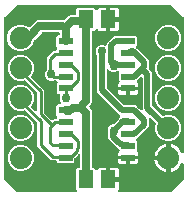
<source format=gbr>
G04 EAGLE Gerber RS-274X export*
G75*
%MOMM*%
%FSLAX34Y34*%
%LPD*%
%INTop Copper*%
%IPPOS*%
%AMOC8*
5,1,8,0,0,1.08239X$1,22.5*%
G01*
%ADD10R,1.300000X1.500000*%
%ADD11C,1.879600*%
%ADD12R,1.200000X0.600000*%
%ADD13C,0.254000*%
%ADD14C,0.508000*%
%ADD15C,0.756400*%
%ADD16C,0.635000*%

G36*
X139629Y159165D02*
X139629Y159165D01*
X139662Y159163D01*
X139768Y159185D01*
X139877Y159201D01*
X139906Y159214D01*
X139938Y159220D01*
X140034Y159272D01*
X140134Y159317D01*
X140158Y159338D01*
X140187Y159353D01*
X140265Y159429D01*
X140348Y159500D01*
X140366Y159527D01*
X140389Y159550D01*
X140442Y159645D01*
X140502Y159736D01*
X140512Y159767D01*
X140528Y159795D01*
X140553Y159901D01*
X140585Y160006D01*
X140585Y160038D01*
X140593Y160069D01*
X140587Y160179D01*
X140588Y160288D01*
X140580Y160319D01*
X140578Y160351D01*
X140542Y160454D01*
X140513Y160560D01*
X140496Y160587D01*
X140486Y160618D01*
X140432Y160691D01*
X140365Y160800D01*
X140329Y160832D01*
X140304Y160867D01*
X139399Y161771D01*
X139399Y178429D01*
X140571Y179601D01*
X142161Y179601D01*
X142225Y179610D01*
X142289Y179609D01*
X142364Y179630D01*
X142440Y179641D01*
X142499Y179667D01*
X142561Y179684D01*
X142627Y179725D01*
X142697Y179757D01*
X142746Y179799D01*
X142801Y179832D01*
X142853Y179890D01*
X142911Y179940D01*
X142947Y179994D01*
X142990Y180042D01*
X143023Y180111D01*
X143066Y180176D01*
X143085Y180238D01*
X143113Y180295D01*
X143124Y180365D01*
X143148Y180446D01*
X143149Y180531D01*
X143160Y180600D01*
X143160Y190644D01*
X143156Y190675D01*
X143158Y190708D01*
X143136Y190815D01*
X143120Y190923D01*
X143107Y190952D01*
X143101Y190984D01*
X143049Y191080D01*
X143004Y191180D01*
X142983Y191204D01*
X142968Y191233D01*
X142892Y191311D01*
X142821Y191394D01*
X142794Y191412D01*
X142771Y191435D01*
X142676Y191489D01*
X142585Y191548D01*
X142554Y191558D01*
X142526Y191574D01*
X142420Y191599D01*
X142315Y191631D01*
X142283Y191631D01*
X142251Y191639D01*
X142142Y191633D01*
X142033Y191635D01*
X142002Y191626D01*
X141970Y191624D01*
X141867Y191589D01*
X141761Y191559D01*
X141734Y191542D01*
X141703Y191532D01*
X141630Y191478D01*
X141521Y191411D01*
X141489Y191375D01*
X141454Y191350D01*
X141073Y190969D01*
X138717Y188613D01*
X138660Y188536D01*
X138595Y188465D01*
X138575Y188424D01*
X138548Y188388D01*
X138514Y188298D01*
X138472Y188211D01*
X138466Y188169D01*
X138449Y188124D01*
X138439Y187996D01*
X138425Y187907D01*
X138425Y184968D01*
X137532Y184075D01*
X124268Y184075D01*
X123375Y184968D01*
X123375Y185182D01*
X123367Y185242D01*
X123367Y185269D01*
X123367Y185271D01*
X123367Y185310D01*
X123346Y185385D01*
X123335Y185461D01*
X123309Y185520D01*
X123292Y185582D01*
X123251Y185648D01*
X123219Y185718D01*
X123177Y185767D01*
X123144Y185822D01*
X123086Y185874D01*
X123036Y185932D01*
X122982Y185968D01*
X122934Y186011D01*
X122865Y186044D01*
X122800Y186087D01*
X122738Y186106D01*
X122681Y186134D01*
X122611Y186145D01*
X122530Y186169D01*
X122445Y186170D01*
X122376Y186181D01*
X118730Y186181D01*
X106933Y197978D01*
X106933Y217884D01*
X106920Y217979D01*
X106915Y218076D01*
X106900Y218119D01*
X106893Y218164D01*
X106854Y218251D01*
X106822Y218342D01*
X106797Y218376D01*
X106777Y218421D01*
X106694Y218518D01*
X106641Y218591D01*
X97017Y228215D01*
X97009Y228221D01*
X97003Y228228D01*
X96896Y228305D01*
X96791Y228384D01*
X96782Y228388D01*
X96775Y228393D01*
X96651Y228437D01*
X96527Y228484D01*
X96518Y228484D01*
X96509Y228488D01*
X96377Y228495D01*
X96246Y228505D01*
X96237Y228504D01*
X96227Y228504D01*
X96152Y228486D01*
X95970Y228448D01*
X95949Y228437D01*
X95928Y228431D01*
X95073Y228077D01*
X90727Y228077D01*
X86713Y229740D01*
X83640Y232813D01*
X81977Y236827D01*
X81977Y241173D01*
X83640Y245187D01*
X86713Y248260D01*
X90727Y249923D01*
X95073Y249923D01*
X99087Y248260D01*
X102160Y245187D01*
X103823Y241173D01*
X103823Y236827D01*
X102160Y232813D01*
X101948Y232601D01*
X101910Y232550D01*
X101864Y232505D01*
X101825Y232438D01*
X101779Y232376D01*
X101756Y232315D01*
X101725Y232260D01*
X101707Y232184D01*
X101679Y232112D01*
X101675Y232048D01*
X101660Y231985D01*
X101664Y231908D01*
X101658Y231831D01*
X101671Y231768D01*
X101674Y231703D01*
X101700Y231630D01*
X101715Y231554D01*
X101745Y231498D01*
X101767Y231437D01*
X101808Y231380D01*
X101848Y231305D01*
X101907Y231245D01*
X101948Y231188D01*
X105227Y227909D01*
X105253Y227890D01*
X105274Y227865D01*
X105366Y227805D01*
X105453Y227740D01*
X105483Y227728D01*
X105510Y227711D01*
X105615Y227679D01*
X105717Y227640D01*
X105749Y227638D01*
X105780Y227628D01*
X105889Y227627D01*
X105998Y227618D01*
X106030Y227625D01*
X106062Y227624D01*
X106167Y227654D01*
X106274Y227676D01*
X106303Y227691D01*
X106334Y227700D01*
X106427Y227757D01*
X106523Y227808D01*
X106546Y227831D01*
X106574Y227848D01*
X106647Y227929D01*
X106725Y228005D01*
X106741Y228033D01*
X106763Y228057D01*
X106810Y228155D01*
X106864Y228250D01*
X106872Y228282D01*
X106886Y228311D01*
X106900Y228400D01*
X106929Y228525D01*
X106927Y228573D01*
X106933Y228615D01*
X106933Y243284D01*
X106920Y243379D01*
X106915Y243476D01*
X106900Y243519D01*
X106893Y243564D01*
X106854Y243651D01*
X106822Y243742D01*
X106797Y243776D01*
X106777Y243821D01*
X106694Y243918D01*
X106641Y243991D01*
X97017Y253615D01*
X97009Y253621D01*
X97003Y253628D01*
X96896Y253705D01*
X96791Y253784D01*
X96782Y253788D01*
X96775Y253793D01*
X96651Y253837D01*
X96527Y253884D01*
X96518Y253884D01*
X96509Y253888D01*
X96377Y253895D01*
X96246Y253905D01*
X96237Y253904D01*
X96227Y253904D01*
X96152Y253886D01*
X95970Y253848D01*
X95949Y253837D01*
X95928Y253831D01*
X95073Y253477D01*
X90727Y253477D01*
X86713Y255140D01*
X83640Y258213D01*
X81977Y262227D01*
X81977Y266573D01*
X83640Y270587D01*
X86713Y273660D01*
X90727Y275323D01*
X95073Y275323D01*
X99087Y273660D01*
X102160Y270587D01*
X103823Y266573D01*
X103823Y262227D01*
X102160Y258213D01*
X101948Y258001D01*
X101910Y257950D01*
X101864Y257905D01*
X101825Y257838D01*
X101779Y257776D01*
X101756Y257716D01*
X101725Y257660D01*
X101707Y257584D01*
X101679Y257512D01*
X101675Y257448D01*
X101660Y257385D01*
X101664Y257308D01*
X101658Y257231D01*
X101671Y257168D01*
X101674Y257103D01*
X101699Y257030D01*
X101715Y256955D01*
X101745Y256898D01*
X101767Y256837D01*
X101808Y256780D01*
X101848Y256706D01*
X101907Y256645D01*
X101948Y256588D01*
X112523Y246014D01*
X112523Y227124D01*
X112536Y227029D01*
X112541Y226932D01*
X112556Y226889D01*
X112563Y226844D01*
X112602Y226757D01*
X112634Y226666D01*
X112659Y226632D01*
X112679Y226587D01*
X112739Y226516D01*
X112768Y226470D01*
X112793Y226447D01*
X112815Y226417D01*
X118673Y220559D01*
X118725Y220520D01*
X118770Y220474D01*
X118837Y220436D01*
X118899Y220390D01*
X118959Y220367D01*
X119015Y220335D01*
X119090Y220317D01*
X119163Y220290D01*
X119227Y220285D01*
X119290Y220270D01*
X119367Y220274D01*
X119444Y220268D01*
X119507Y220281D01*
X119571Y220285D01*
X119644Y220310D01*
X119720Y220326D01*
X119777Y220356D01*
X119838Y220377D01*
X119894Y220419D01*
X119969Y220458D01*
X120030Y220518D01*
X120087Y220559D01*
X120762Y221235D01*
X122376Y221235D01*
X122440Y221244D01*
X122504Y221243D01*
X122579Y221264D01*
X122655Y221275D01*
X122714Y221301D01*
X122776Y221318D01*
X122842Y221359D01*
X122912Y221391D01*
X122961Y221433D01*
X123016Y221466D01*
X123068Y221524D01*
X123126Y221574D01*
X123162Y221628D01*
X123205Y221676D01*
X123238Y221745D01*
X123281Y221810D01*
X123300Y221872D01*
X123328Y221929D01*
X123339Y221999D01*
X123363Y222080D01*
X123364Y222165D01*
X123375Y222231D01*
X123701Y222557D01*
X123739Y222608D01*
X123785Y222653D01*
X123823Y222720D01*
X123870Y222782D01*
X123893Y222843D01*
X123924Y222898D01*
X123942Y222974D01*
X123969Y223046D01*
X123974Y223110D01*
X123989Y223173D01*
X123985Y223250D01*
X123991Y223327D01*
X123978Y223390D01*
X123975Y223455D01*
X123949Y223528D01*
X123934Y223604D01*
X123903Y223660D01*
X123882Y223721D01*
X123841Y223778D01*
X123801Y223853D01*
X123742Y223913D01*
X123701Y223970D01*
X122899Y224771D01*
X122899Y232429D01*
X124071Y233601D01*
X126306Y233601D01*
X126338Y233605D01*
X126370Y233603D01*
X126477Y233625D01*
X126585Y233641D01*
X126615Y233654D01*
X126646Y233660D01*
X126743Y233712D01*
X126842Y233757D01*
X126867Y233778D01*
X126895Y233793D01*
X126974Y233869D01*
X127056Y233940D01*
X127074Y233967D01*
X127097Y233990D01*
X127151Y234084D01*
X127211Y234176D01*
X127220Y234207D01*
X127236Y234235D01*
X127261Y234341D01*
X127293Y234446D01*
X127294Y234478D01*
X127301Y234509D01*
X127296Y234619D01*
X127297Y234728D01*
X127288Y234759D01*
X127287Y234791D01*
X127251Y234894D01*
X127222Y235000D01*
X127205Y235027D01*
X127194Y235058D01*
X127141Y235131D01*
X127074Y235240D01*
X127038Y235272D01*
X127013Y235307D01*
X126565Y235754D01*
X125757Y237704D01*
X125757Y239816D01*
X126328Y241194D01*
X126358Y241309D01*
X126392Y241422D01*
X126393Y241445D01*
X126398Y241467D01*
X126394Y241585D01*
X126396Y241704D01*
X126390Y241726D01*
X126389Y241749D01*
X126352Y241861D01*
X126321Y241976D01*
X126309Y241995D01*
X126302Y242017D01*
X126235Y242115D01*
X126173Y242216D01*
X126156Y242231D01*
X126143Y242250D01*
X126051Y242325D01*
X125963Y242405D01*
X125943Y242415D01*
X125925Y242429D01*
X125816Y242476D01*
X125710Y242528D01*
X125688Y242531D01*
X125666Y242541D01*
X125481Y242563D01*
X125405Y242575D01*
X124268Y242575D01*
X123375Y243468D01*
X123375Y250732D01*
X124037Y251393D01*
X124054Y251416D01*
X124072Y251431D01*
X124090Y251459D01*
X124122Y251490D01*
X124160Y251557D01*
X124206Y251619D01*
X124222Y251660D01*
X124226Y251667D01*
X124231Y251683D01*
X124261Y251735D01*
X124279Y251810D01*
X124306Y251883D01*
X124311Y251947D01*
X124326Y252010D01*
X124322Y252087D01*
X124328Y252164D01*
X124315Y252227D01*
X124311Y252291D01*
X124286Y252364D01*
X124270Y252440D01*
X124240Y252497D01*
X124219Y252558D01*
X124177Y252614D01*
X124138Y252689D01*
X124079Y252750D01*
X124037Y252807D01*
X123340Y253504D01*
X123335Y253533D01*
X123309Y253592D01*
X123292Y253654D01*
X123251Y253720D01*
X123219Y253790D01*
X123177Y253839D01*
X123144Y253894D01*
X123086Y253946D01*
X123036Y254004D01*
X122982Y254040D01*
X122934Y254083D01*
X122865Y254116D01*
X122800Y254159D01*
X122738Y254178D01*
X122681Y254206D01*
X122611Y254217D01*
X122530Y254241D01*
X122445Y254242D01*
X122376Y254253D01*
X121285Y254253D01*
X121244Y254247D01*
X121202Y254250D01*
X121118Y254230D01*
X121006Y254213D01*
X120952Y254189D01*
X120903Y254177D01*
X119928Y253773D01*
X117816Y253773D01*
X115866Y254581D01*
X114373Y256074D01*
X113565Y258024D01*
X113565Y260136D01*
X114373Y262086D01*
X114769Y262481D01*
X114826Y262558D01*
X114891Y262630D01*
X114911Y262671D01*
X114938Y262707D01*
X114972Y262797D01*
X115014Y262883D01*
X115020Y262925D01*
X115037Y262971D01*
X115047Y263099D01*
X115061Y263188D01*
X115061Y273446D01*
X120762Y279147D01*
X122376Y279147D01*
X122440Y279156D01*
X122504Y279155D01*
X122579Y279176D01*
X122655Y279187D01*
X122714Y279213D01*
X122776Y279230D01*
X122842Y279271D01*
X122912Y279303D01*
X122961Y279345D01*
X123016Y279378D01*
X123068Y279436D01*
X123126Y279486D01*
X123162Y279540D01*
X123205Y279588D01*
X123238Y279657D01*
X123281Y279722D01*
X123300Y279784D01*
X123328Y279841D01*
X123339Y279911D01*
X123363Y279992D01*
X123364Y280077D01*
X123375Y280146D01*
X123375Y280732D01*
X123701Y281057D01*
X123739Y281108D01*
X123785Y281153D01*
X123823Y281220D01*
X123870Y281282D01*
X123893Y281343D01*
X123924Y281398D01*
X123942Y281474D01*
X123969Y281546D01*
X123974Y281610D01*
X123989Y281673D01*
X123985Y281750D01*
X123991Y281827D01*
X123978Y281890D01*
X123975Y281955D01*
X123949Y282028D01*
X123934Y282104D01*
X123903Y282160D01*
X123882Y282221D01*
X123841Y282278D01*
X123801Y282353D01*
X123742Y282413D01*
X123701Y282470D01*
X122899Y283271D01*
X122899Y290929D01*
X124071Y292101D01*
X124889Y292101D01*
X124953Y292110D01*
X125017Y292109D01*
X125092Y292130D01*
X125168Y292141D01*
X125227Y292167D01*
X125289Y292184D01*
X125355Y292225D01*
X125425Y292257D01*
X125474Y292299D01*
X125529Y292332D01*
X125581Y292390D01*
X125639Y292440D01*
X125675Y292494D01*
X125718Y292542D01*
X125751Y292611D01*
X125794Y292676D01*
X125813Y292738D01*
X125841Y292795D01*
X125852Y292865D01*
X125876Y292946D01*
X125877Y293031D01*
X125888Y293100D01*
X125888Y293545D01*
X125879Y293609D01*
X125880Y293673D01*
X125859Y293748D01*
X125848Y293824D01*
X125822Y293883D01*
X125805Y293945D01*
X125764Y294011D01*
X125732Y294081D01*
X125690Y294130D01*
X125657Y294185D01*
X125599Y294237D01*
X125549Y294295D01*
X125495Y294331D01*
X125447Y294374D01*
X125378Y294407D01*
X125313Y294450D01*
X125251Y294469D01*
X125194Y294497D01*
X125124Y294508D01*
X125043Y294532D01*
X124958Y294533D01*
X124889Y294544D01*
X111270Y294544D01*
X111175Y294531D01*
X111079Y294526D01*
X111036Y294511D01*
X110991Y294504D01*
X110903Y294465D01*
X110812Y294433D01*
X110778Y294408D01*
X110734Y294388D01*
X110636Y294305D01*
X110563Y294252D01*
X104591Y288280D01*
X104534Y288203D01*
X104469Y288132D01*
X104449Y288091D01*
X104422Y288054D01*
X104388Y287964D01*
X104346Y287878D01*
X104340Y287836D01*
X104323Y287790D01*
X104313Y287663D01*
X104299Y287573D01*
X104299Y287533D01*
X102563Y283343D01*
X99357Y280137D01*
X95167Y278401D01*
X90633Y278401D01*
X86443Y280137D01*
X83237Y283343D01*
X81501Y287533D01*
X81501Y292067D01*
X83237Y296257D01*
X86443Y299463D01*
X90633Y301199D01*
X95167Y301199D01*
X99357Y299463D01*
X99540Y299281D01*
X99591Y299242D01*
X99636Y299196D01*
X99703Y299158D01*
X99765Y299111D01*
X99825Y299089D01*
X99881Y299057D01*
X99957Y299039D01*
X100029Y299012D01*
X100093Y299007D01*
X100156Y298992D01*
X100233Y298996D01*
X100310Y298990D01*
X100373Y299003D01*
X100437Y299006D01*
X100511Y299032D01*
X100586Y299047D01*
X100643Y299078D01*
X100704Y299099D01*
X100761Y299140D01*
X100835Y299180D01*
X100896Y299239D01*
X100953Y299280D01*
X105780Y304108D01*
X107682Y304896D01*
X127797Y304896D01*
X127834Y304901D01*
X127868Y304898D01*
X128676Y304956D01*
X128702Y304947D01*
X128708Y304946D01*
X128713Y304943D01*
X128777Y304933D01*
X128980Y304896D01*
X129000Y304899D01*
X129018Y304896D01*
X129045Y304896D01*
X129058Y304890D01*
X129068Y304888D01*
X129076Y304883D01*
X129205Y304853D01*
X129331Y304820D01*
X129341Y304821D01*
X129350Y304818D01*
X129482Y304825D01*
X129613Y304829D01*
X129623Y304832D01*
X129632Y304833D01*
X129755Y304876D01*
X129882Y304917D01*
X129889Y304922D01*
X129898Y304925D01*
X129961Y304971D01*
X130115Y305076D01*
X130130Y305094D01*
X130147Y305107D01*
X131616Y306575D01*
X133212Y308172D01*
X135114Y308960D01*
X138400Y308960D01*
X138464Y308969D01*
X138528Y308968D01*
X138603Y308989D01*
X138679Y309000D01*
X138738Y309026D01*
X138800Y309043D01*
X138866Y309084D01*
X138936Y309116D01*
X138985Y309158D01*
X139040Y309191D01*
X139092Y309249D01*
X139150Y309299D01*
X139186Y309353D01*
X139229Y309401D01*
X139262Y309470D01*
X139305Y309535D01*
X139324Y309597D01*
X139352Y309654D01*
X139363Y309724D01*
X139387Y309805D01*
X139388Y309890D01*
X139399Y309959D01*
X139399Y313829D01*
X140571Y315001D01*
X155229Y315001D01*
X156459Y313771D01*
X156502Y313739D01*
X156538Y313699D01*
X156614Y313654D01*
X156684Y313601D01*
X156734Y313583D01*
X156781Y313555D01*
X156866Y313533D01*
X156948Y313502D01*
X157002Y313498D01*
X157054Y313484D01*
X157142Y313487D01*
X157229Y313480D01*
X157282Y313491D01*
X157335Y313493D01*
X157419Y313520D01*
X157505Y313538D01*
X157553Y313563D01*
X157604Y313579D01*
X157677Y313629D01*
X157754Y313670D01*
X157793Y313708D01*
X157837Y313738D01*
X157886Y313799D01*
X157956Y313867D01*
X157992Y313930D01*
X158031Y313978D01*
X158367Y314560D01*
X158840Y315033D01*
X159419Y315368D01*
X160065Y315541D01*
X164901Y315541D01*
X164901Y306500D01*
X164910Y306436D01*
X164909Y306372D01*
X164930Y306298D01*
X164941Y306221D01*
X164967Y306162D01*
X164984Y306100D01*
X165025Y306034D01*
X165057Y305964D01*
X165099Y305915D01*
X165132Y305860D01*
X165190Y305809D01*
X165240Y305750D01*
X165294Y305714D01*
X165342Y305671D01*
X165411Y305638D01*
X165476Y305595D01*
X165538Y305576D01*
X165595Y305548D01*
X165665Y305538D01*
X165746Y305513D01*
X165831Y305512D01*
X165900Y305501D01*
X166901Y305501D01*
X166901Y305499D01*
X165900Y305499D01*
X165836Y305490D01*
X165772Y305491D01*
X165697Y305470D01*
X165621Y305459D01*
X165562Y305433D01*
X165500Y305416D01*
X165434Y305375D01*
X165364Y305343D01*
X165315Y305301D01*
X165260Y305268D01*
X165208Y305210D01*
X165150Y305160D01*
X165114Y305106D01*
X165071Y305058D01*
X165038Y304989D01*
X164995Y304924D01*
X164976Y304862D01*
X164948Y304804D01*
X164938Y304735D01*
X164913Y304654D01*
X164912Y304569D01*
X164901Y304500D01*
X164901Y295459D01*
X160065Y295459D01*
X159419Y295632D01*
X158840Y295967D01*
X158367Y296440D01*
X158031Y297022D01*
X157998Y297065D01*
X157972Y297112D01*
X157911Y297175D01*
X157857Y297244D01*
X157813Y297275D01*
X157776Y297314D01*
X157699Y297357D01*
X157627Y297409D01*
X157577Y297426D01*
X157530Y297453D01*
X157444Y297473D01*
X157362Y297502D01*
X157308Y297505D01*
X157256Y297518D01*
X157168Y297513D01*
X157080Y297518D01*
X157028Y297506D01*
X156974Y297503D01*
X156891Y297475D01*
X156805Y297455D01*
X156758Y297429D01*
X156708Y297411D01*
X156644Y297365D01*
X156559Y297317D01*
X156508Y297265D01*
X156459Y297229D01*
X155229Y295999D01*
X154511Y295999D01*
X154447Y295990D01*
X154383Y295991D01*
X154308Y295970D01*
X154232Y295959D01*
X154173Y295933D01*
X154111Y295916D01*
X154045Y295875D01*
X153975Y295843D01*
X153926Y295801D01*
X153871Y295768D01*
X153819Y295710D01*
X153761Y295660D01*
X153725Y295606D01*
X153682Y295558D01*
X153649Y295489D01*
X153606Y295424D01*
X153587Y295362D01*
X153559Y295305D01*
X153548Y295235D01*
X153524Y295154D01*
X153523Y295069D01*
X153512Y295000D01*
X153512Y235698D01*
X152724Y233796D01*
X151282Y232355D01*
X151244Y232303D01*
X151198Y232258D01*
X151159Y232191D01*
X151113Y232129D01*
X151090Y232069D01*
X151059Y232013D01*
X151041Y231938D01*
X151013Y231865D01*
X151008Y231801D01*
X150994Y231738D01*
X150998Y231661D01*
X150992Y231584D01*
X151005Y231521D01*
X151008Y231457D01*
X151033Y231384D01*
X151049Y231308D01*
X151079Y231251D01*
X151100Y231190D01*
X151142Y231134D01*
X151182Y231059D01*
X151241Y230998D01*
X151282Y230941D01*
X152724Y229500D01*
X153512Y227598D01*
X153512Y180600D01*
X153521Y180536D01*
X153520Y180472D01*
X153541Y180397D01*
X153552Y180321D01*
X153578Y180262D01*
X153595Y180200D01*
X153636Y180134D01*
X153668Y180064D01*
X153710Y180015D01*
X153743Y179960D01*
X153801Y179908D01*
X153851Y179850D01*
X153905Y179814D01*
X153953Y179771D01*
X154022Y179738D01*
X154087Y179695D01*
X154149Y179676D01*
X154206Y179648D01*
X154276Y179637D01*
X154357Y179613D01*
X154442Y179612D01*
X154511Y179601D01*
X155229Y179601D01*
X156459Y178371D01*
X156502Y178339D01*
X156538Y178299D01*
X156614Y178254D01*
X156684Y178201D01*
X156734Y178183D01*
X156781Y178155D01*
X156866Y178133D01*
X156948Y178102D01*
X157002Y178098D01*
X157054Y178084D01*
X157142Y178087D01*
X157229Y178080D01*
X157282Y178091D01*
X157335Y178093D01*
X157419Y178120D01*
X157505Y178138D01*
X157553Y178163D01*
X157604Y178179D01*
X157677Y178229D01*
X157754Y178270D01*
X157793Y178308D01*
X157837Y178338D01*
X157886Y178399D01*
X157956Y178467D01*
X157992Y178530D01*
X158031Y178578D01*
X158367Y179160D01*
X158840Y179633D01*
X159419Y179968D01*
X160065Y180141D01*
X164901Y180141D01*
X164901Y171100D01*
X164909Y171041D01*
X164909Y171024D01*
X164910Y171021D01*
X164909Y170972D01*
X164930Y170898D01*
X164941Y170821D01*
X164967Y170762D01*
X164984Y170700D01*
X165025Y170634D01*
X165057Y170564D01*
X165099Y170515D01*
X165132Y170460D01*
X165190Y170409D01*
X165240Y170350D01*
X165294Y170314D01*
X165342Y170271D01*
X165411Y170238D01*
X165476Y170195D01*
X165538Y170176D01*
X165595Y170148D01*
X165665Y170138D01*
X165746Y170113D01*
X165831Y170112D01*
X165900Y170101D01*
X166901Y170101D01*
X166901Y169100D01*
X166909Y169041D01*
X166909Y169025D01*
X166910Y169023D01*
X166909Y168972D01*
X166930Y168897D01*
X166941Y168821D01*
X166967Y168762D01*
X166984Y168700D01*
X167025Y168634D01*
X167057Y168564D01*
X167099Y168515D01*
X167132Y168460D01*
X167190Y168408D01*
X167240Y168350D01*
X167294Y168314D01*
X167342Y168271D01*
X167411Y168238D01*
X167476Y168195D01*
X167538Y168176D01*
X167596Y168148D01*
X167665Y168138D01*
X167746Y168113D01*
X167831Y168112D01*
X167900Y168101D01*
X175941Y168101D01*
X175941Y162265D01*
X175768Y161619D01*
X175433Y161040D01*
X175260Y160867D01*
X175240Y160841D01*
X175216Y160820D01*
X175156Y160728D01*
X175090Y160641D01*
X175079Y160611D01*
X175061Y160584D01*
X175030Y160480D01*
X174991Y160377D01*
X174988Y160345D01*
X174979Y160314D01*
X174978Y160205D01*
X174969Y160096D01*
X174976Y160064D01*
X174975Y160032D01*
X175004Y159927D01*
X175027Y159820D01*
X175042Y159791D01*
X175050Y159760D01*
X175108Y159667D01*
X175159Y159571D01*
X175182Y159548D01*
X175199Y159520D01*
X175280Y159447D01*
X175356Y159369D01*
X175384Y159353D01*
X175408Y159331D01*
X175506Y159284D01*
X175601Y159230D01*
X175633Y159222D01*
X175662Y159208D01*
X175751Y159194D01*
X175876Y159165D01*
X175924Y159167D01*
X175966Y159161D01*
X219574Y159161D01*
X219655Y159172D01*
X219736Y159174D01*
X219793Y159192D01*
X219853Y159201D01*
X219927Y159234D01*
X220005Y159258D01*
X220051Y159290D01*
X220110Y159317D01*
X220191Y159386D01*
X220259Y159432D01*
X230525Y169094D01*
X230594Y169181D01*
X230669Y169264D01*
X230682Y169291D01*
X230701Y169315D01*
X230743Y169417D01*
X230792Y169517D01*
X230796Y169546D01*
X230808Y169575D01*
X230826Y169734D01*
X230839Y169822D01*
X230839Y183135D01*
X230833Y183183D01*
X230835Y183230D01*
X230813Y183321D01*
X230799Y183414D01*
X230780Y183458D01*
X230769Y183504D01*
X230722Y183586D01*
X230683Y183671D01*
X230652Y183708D01*
X230628Y183749D01*
X230561Y183814D01*
X230500Y183886D01*
X230460Y183912D01*
X230426Y183945D01*
X230342Y183989D01*
X230264Y184040D01*
X230218Y184054D01*
X230176Y184076D01*
X230084Y184095D01*
X229994Y184123D01*
X229946Y184123D01*
X229900Y184133D01*
X229806Y184125D01*
X229712Y184126D01*
X229666Y184114D01*
X229619Y184110D01*
X229531Y184076D01*
X229440Y184051D01*
X229400Y184026D01*
X229355Y184009D01*
X229280Y183952D01*
X229200Y183903D01*
X229168Y183867D01*
X229130Y183839D01*
X229082Y183772D01*
X229011Y183694D01*
X228983Y183635D01*
X228950Y183589D01*
X228111Y181943D01*
X227006Y180422D01*
X225678Y179094D01*
X224157Y177989D01*
X222483Y177136D01*
X220696Y176555D01*
X219899Y176429D01*
X219899Y187200D01*
X219891Y187258D01*
X219891Y187268D01*
X219890Y187270D01*
X219891Y187328D01*
X219870Y187402D01*
X219859Y187479D01*
X219833Y187538D01*
X219816Y187600D01*
X219775Y187666D01*
X219743Y187736D01*
X219701Y187785D01*
X219668Y187840D01*
X219610Y187891D01*
X219560Y187950D01*
X219506Y187986D01*
X219458Y188029D01*
X219389Y188062D01*
X219324Y188105D01*
X219262Y188124D01*
X219205Y188152D01*
X219135Y188162D01*
X219054Y188187D01*
X218969Y188188D01*
X218900Y188199D01*
X217899Y188199D01*
X217899Y188201D01*
X218900Y188201D01*
X218964Y188210D01*
X219028Y188209D01*
X219103Y188230D01*
X219179Y188241D01*
X219238Y188267D01*
X219300Y188284D01*
X219366Y188325D01*
X219436Y188357D01*
X219485Y188399D01*
X219540Y188432D01*
X219592Y188490D01*
X219650Y188540D01*
X219686Y188594D01*
X219729Y188642D01*
X219762Y188711D01*
X219805Y188776D01*
X219824Y188838D01*
X219852Y188896D01*
X219862Y188965D01*
X219887Y189046D01*
X219888Y189131D01*
X219899Y189200D01*
X219899Y199971D01*
X220696Y199845D01*
X222483Y199264D01*
X224157Y198411D01*
X225678Y197306D01*
X227006Y195978D01*
X228111Y194457D01*
X228950Y192811D01*
X228977Y192772D01*
X228997Y192729D01*
X229058Y192657D01*
X229112Y192580D01*
X229149Y192551D01*
X229180Y192514D01*
X229259Y192463D01*
X229332Y192404D01*
X229376Y192386D01*
X229416Y192360D01*
X229506Y192332D01*
X229593Y192297D01*
X229640Y192291D01*
X229686Y192277D01*
X229780Y192276D01*
X229873Y192266D01*
X229920Y192274D01*
X229968Y192274D01*
X230058Y192299D01*
X230151Y192315D01*
X230194Y192336D01*
X230240Y192349D01*
X230320Y192398D01*
X230404Y192440D01*
X230439Y192472D01*
X230480Y192497D01*
X230543Y192567D01*
X230612Y192630D01*
X230637Y192671D01*
X230669Y192706D01*
X230710Y192791D01*
X230758Y192871D01*
X230771Y192917D01*
X230792Y192960D01*
X230804Y193041D01*
X230832Y193143D01*
X230831Y193209D01*
X230839Y193265D01*
X230839Y307178D01*
X230824Y307288D01*
X230815Y307399D01*
X230804Y307427D01*
X230799Y307457D01*
X230754Y307558D01*
X230714Y307662D01*
X230696Y307685D01*
X230683Y307714D01*
X230580Y307835D01*
X230525Y307906D01*
X220259Y317568D01*
X220193Y317614D01*
X220133Y317669D01*
X220078Y317695D01*
X220028Y317730D01*
X219952Y317756D01*
X219879Y317792D01*
X219823Y317800D01*
X219762Y317822D01*
X219656Y317826D01*
X219574Y317839D01*
X90426Y317839D01*
X90345Y317828D01*
X90264Y317826D01*
X90207Y317808D01*
X90147Y317799D01*
X90073Y317766D01*
X89995Y317742D01*
X89949Y317710D01*
X89890Y317683D01*
X89809Y317614D01*
X89741Y317568D01*
X79475Y307906D01*
X79406Y307819D01*
X79331Y307736D01*
X79318Y307709D01*
X79299Y307685D01*
X79257Y307583D01*
X79208Y307483D01*
X79204Y307454D01*
X79192Y307425D01*
X79174Y307266D01*
X79161Y307178D01*
X79161Y169822D01*
X79176Y169712D01*
X79185Y169601D01*
X79196Y169573D01*
X79201Y169543D01*
X79246Y169442D01*
X79286Y169338D01*
X79304Y169315D01*
X79317Y169286D01*
X79420Y169165D01*
X79475Y169094D01*
X89741Y159432D01*
X89807Y159386D01*
X89867Y159331D01*
X89922Y159305D01*
X89972Y159270D01*
X90048Y159244D01*
X90121Y159208D01*
X90177Y159200D01*
X90238Y159178D01*
X90344Y159174D01*
X90426Y159161D01*
X139597Y159161D01*
X139629Y159165D01*
G37*
%LPC*%
G36*
X183889Y189962D02*
X183889Y189962D01*
X183824Y190005D01*
X183762Y190024D01*
X183704Y190052D01*
X183635Y190063D01*
X183554Y190087D01*
X183469Y190088D01*
X183400Y190099D01*
X175359Y190099D01*
X175359Y191935D01*
X175532Y192581D01*
X175867Y193160D01*
X176319Y193612D01*
X176357Y193663D01*
X176403Y193708D01*
X176442Y193776D01*
X176488Y193837D01*
X176511Y193898D01*
X176542Y193954D01*
X176560Y194029D01*
X176588Y194101D01*
X176592Y194165D01*
X176607Y194228D01*
X176603Y194305D01*
X176609Y194382D01*
X176596Y194445D01*
X176593Y194510D01*
X176568Y194583D01*
X176552Y194659D01*
X176521Y194715D01*
X176500Y194776D01*
X176459Y194833D01*
X176419Y194908D01*
X176375Y194953D01*
X176375Y195414D01*
X176362Y195509D01*
X176357Y195606D01*
X176342Y195649D01*
X176335Y195694D01*
X176296Y195781D01*
X176264Y195872D01*
X176239Y195906D01*
X176219Y195951D01*
X176136Y196048D01*
X176083Y196121D01*
X175393Y196811D01*
X175316Y196868D01*
X175245Y196933D01*
X175204Y196953D01*
X175167Y196980D01*
X175077Y197014D01*
X174991Y197056D01*
X174949Y197062D01*
X174904Y197079D01*
X174776Y197089D01*
X174686Y197103D01*
X174084Y197103D01*
X166623Y204564D01*
X166623Y209528D01*
X166617Y209569D01*
X166620Y209611D01*
X166599Y209695D01*
X166583Y209807D01*
X166559Y209861D01*
X166547Y209911D01*
X166397Y210272D01*
X166397Y212384D01*
X167205Y214334D01*
X168698Y215827D01*
X170648Y216635D01*
X170848Y216635D01*
X170943Y216648D01*
X171040Y216653D01*
X171083Y216668D01*
X171128Y216675D01*
X171215Y216714D01*
X171306Y216746D01*
X171340Y216771D01*
X171385Y216791D01*
X171482Y216874D01*
X171555Y216927D01*
X176083Y221455D01*
X176140Y221532D01*
X176205Y221603D01*
X176225Y221644D01*
X176252Y221681D01*
X176286Y221771D01*
X176328Y221857D01*
X176334Y221899D01*
X176351Y221944D01*
X176361Y222072D01*
X176375Y222162D01*
X176375Y222232D01*
X177037Y222893D01*
X177076Y222945D01*
X177122Y222990D01*
X177160Y223057D01*
X177206Y223119D01*
X177229Y223179D01*
X177261Y223235D01*
X177279Y223310D01*
X177306Y223383D01*
X177311Y223447D01*
X177326Y223509D01*
X177322Y223587D01*
X177328Y223664D01*
X177315Y223727D01*
X177311Y223791D01*
X177286Y223864D01*
X177270Y223940D01*
X177240Y223997D01*
X177219Y224058D01*
X177178Y224114D01*
X177138Y224189D01*
X177078Y224250D01*
X177037Y224307D01*
X176361Y224982D01*
X176357Y225070D01*
X176342Y225113D01*
X176335Y225158D01*
X176296Y225245D01*
X176264Y225336D01*
X176239Y225370D01*
X176219Y225415D01*
X176136Y225512D01*
X176083Y225585D01*
X157479Y244188D01*
X157479Y274530D01*
X157466Y274625D01*
X157461Y274721D01*
X157446Y274764D01*
X157439Y274809D01*
X157400Y274897D01*
X157368Y274988D01*
X157343Y275022D01*
X157323Y275066D01*
X157240Y275163D01*
X157187Y275237D01*
X157045Y275378D01*
X156237Y277328D01*
X156237Y279440D01*
X157045Y281390D01*
X158538Y282883D01*
X160488Y283691D01*
X162600Y283691D01*
X164226Y283017D01*
X164340Y282988D01*
X164454Y282953D01*
X164477Y282953D01*
X164499Y282947D01*
X164617Y282951D01*
X164736Y282949D01*
X164758Y282955D01*
X164781Y282956D01*
X164893Y282993D01*
X165008Y283025D01*
X165027Y283037D01*
X165049Y283044D01*
X165147Y283110D01*
X165248Y283173D01*
X165263Y283190D01*
X165282Y283202D01*
X165357Y283294D01*
X165437Y283382D01*
X165447Y283402D01*
X165461Y283420D01*
X165508Y283529D01*
X165560Y283636D01*
X165563Y283657D01*
X165573Y283679D01*
X165595Y283864D01*
X165607Y283940D01*
X165607Y285148D01*
X172052Y291593D01*
X176823Y291593D01*
X176918Y291606D01*
X177014Y291611D01*
X177053Y291625D01*
X190532Y291625D01*
X191425Y290732D01*
X191425Y283468D01*
X190763Y282807D01*
X190724Y282755D01*
X190678Y282710D01*
X190640Y282643D01*
X190594Y282581D01*
X190571Y282521D01*
X190539Y282465D01*
X190521Y282390D01*
X190494Y282317D01*
X190489Y282253D01*
X190474Y282190D01*
X190478Y282113D01*
X190472Y282036D01*
X190485Y281973D01*
X190489Y281909D01*
X190514Y281836D01*
X190530Y281760D01*
X190560Y281703D01*
X190581Y281642D01*
X190623Y281586D01*
X190662Y281511D01*
X190718Y281454D01*
X190733Y281429D01*
X190744Y281419D01*
X190763Y281393D01*
X191545Y280612D01*
X191561Y280590D01*
X191581Y280545D01*
X191639Y280477D01*
X191669Y280430D01*
X191695Y280406D01*
X191717Y280375D01*
X201169Y270924D01*
X201169Y264226D01*
X201182Y264131D01*
X201187Y264034D01*
X201202Y263991D01*
X201209Y263946D01*
X201248Y263859D01*
X201280Y263768D01*
X201305Y263734D01*
X201325Y263689D01*
X201408Y263592D01*
X201461Y263519D01*
X204217Y260764D01*
X204217Y232730D01*
X204230Y232635D01*
X204235Y232538D01*
X204250Y232495D01*
X204257Y232450D01*
X204296Y232363D01*
X204328Y232272D01*
X204353Y232238D01*
X204373Y232193D01*
X204456Y232096D01*
X204509Y232023D01*
X212626Y223906D01*
X212634Y223900D01*
X212640Y223893D01*
X212747Y223816D01*
X212852Y223737D01*
X212861Y223733D01*
X212869Y223728D01*
X212992Y223684D01*
X213116Y223637D01*
X213125Y223636D01*
X213134Y223633D01*
X213266Y223626D01*
X213397Y223615D01*
X213406Y223617D01*
X213416Y223617D01*
X213491Y223635D01*
X213673Y223673D01*
X213694Y223684D01*
X213715Y223689D01*
X215727Y224523D01*
X220073Y224523D01*
X224087Y222860D01*
X227160Y219787D01*
X228823Y215773D01*
X228823Y211427D01*
X227160Y207413D01*
X224087Y204340D01*
X220073Y202677D01*
X215727Y202677D01*
X211713Y204340D01*
X208640Y207413D01*
X206977Y211427D01*
X206977Y215773D01*
X207391Y216772D01*
X207394Y216781D01*
X207398Y216789D01*
X207429Y216918D01*
X207461Y217045D01*
X207461Y217055D01*
X207463Y217064D01*
X207456Y217197D01*
X207452Y217327D01*
X207449Y217336D01*
X207449Y217346D01*
X207406Y217469D01*
X207365Y217595D01*
X207359Y217603D01*
X207356Y217612D01*
X207311Y217674D01*
X207206Y217828D01*
X207187Y217843D01*
X207175Y217861D01*
X202875Y222161D01*
X202849Y222180D01*
X202828Y222205D01*
X202736Y222265D01*
X202649Y222330D01*
X202619Y222342D01*
X202592Y222359D01*
X202487Y222391D01*
X202385Y222430D01*
X202353Y222432D01*
X202322Y222442D01*
X202213Y222443D01*
X202104Y222452D01*
X202072Y222445D01*
X202040Y222446D01*
X201935Y222416D01*
X201828Y222394D01*
X201799Y222379D01*
X201768Y222370D01*
X201675Y222313D01*
X201579Y222262D01*
X201556Y222239D01*
X201528Y222222D01*
X201455Y222141D01*
X201377Y222065D01*
X201361Y222037D01*
X201339Y222013D01*
X201292Y221915D01*
X201238Y221819D01*
X201230Y221788D01*
X201216Y221759D01*
X201202Y221670D01*
X201173Y221545D01*
X201175Y221497D01*
X201169Y221454D01*
X201169Y214724D01*
X191717Y205273D01*
X191682Y205225D01*
X190763Y204307D01*
X190724Y204255D01*
X190678Y204210D01*
X190640Y204143D01*
X190594Y204081D01*
X190571Y204021D01*
X190539Y203965D01*
X190521Y203890D01*
X190494Y203817D01*
X190489Y203753D01*
X190474Y203690D01*
X190478Y203613D01*
X190472Y203536D01*
X190485Y203473D01*
X190489Y203409D01*
X190514Y203336D01*
X190530Y203260D01*
X190560Y203203D01*
X190581Y203142D01*
X190623Y203086D01*
X190662Y203011D01*
X190722Y202950D01*
X190763Y202893D01*
X191425Y202232D01*
X191425Y194956D01*
X191397Y194929D01*
X191359Y194861D01*
X191312Y194799D01*
X191289Y194739D01*
X191258Y194683D01*
X191240Y194608D01*
X191212Y194536D01*
X191208Y194472D01*
X191193Y194409D01*
X191197Y194332D01*
X191191Y194254D01*
X191204Y194191D01*
X191207Y194127D01*
X191232Y194054D01*
X191248Y193978D01*
X191278Y193922D01*
X191300Y193861D01*
X191341Y193804D01*
X191381Y193729D01*
X191440Y193669D01*
X191481Y193612D01*
X191933Y193160D01*
X192268Y192581D01*
X192441Y191935D01*
X192441Y190099D01*
X184400Y190099D01*
X184337Y190090D01*
X184272Y190091D01*
X184198Y190070D01*
X184121Y190059D01*
X184063Y190033D01*
X184001Y190016D01*
X183935Y189975D01*
X183897Y189958D01*
X183889Y189962D01*
G37*
%LPD*%
G36*
X195184Y228659D02*
X195184Y228659D01*
X195216Y228658D01*
X195321Y228688D01*
X195428Y228710D01*
X195457Y228725D01*
X195488Y228734D01*
X195581Y228791D01*
X195677Y228842D01*
X195700Y228865D01*
X195728Y228882D01*
X195801Y228963D01*
X195879Y229039D01*
X195895Y229067D01*
X195917Y229091D01*
X195964Y229189D01*
X196018Y229285D01*
X196026Y229316D01*
X196040Y229345D01*
X196054Y229434D01*
X196083Y229559D01*
X196081Y229607D01*
X196087Y229650D01*
X196087Y255998D01*
X196083Y256030D01*
X196085Y256063D01*
X196063Y256169D01*
X196047Y256278D01*
X196034Y256307D01*
X196028Y256339D01*
X195976Y256435D01*
X195931Y256535D01*
X195910Y256559D01*
X195895Y256588D01*
X195819Y256666D01*
X195748Y256749D01*
X195721Y256767D01*
X195698Y256790D01*
X195603Y256843D01*
X195512Y256903D01*
X195481Y256913D01*
X195453Y256929D01*
X195347Y256954D01*
X195242Y256986D01*
X195210Y256986D01*
X195179Y256994D01*
X195069Y256988D01*
X194960Y256990D01*
X194929Y256981D01*
X194897Y256979D01*
X194794Y256944D01*
X194688Y256914D01*
X194661Y256897D01*
X194630Y256887D01*
X194557Y256833D01*
X194448Y256766D01*
X194416Y256730D01*
X194381Y256705D01*
X191717Y254041D01*
X191660Y253964D01*
X191595Y253893D01*
X191575Y253852D01*
X191548Y253815D01*
X191514Y253725D01*
X191472Y253639D01*
X191466Y253597D01*
X191449Y253552D01*
X191443Y253473D01*
X191397Y253429D01*
X191359Y253361D01*
X191312Y253299D01*
X191289Y253239D01*
X191258Y253183D01*
X191240Y253108D01*
X191212Y253036D01*
X191208Y252972D01*
X191193Y252909D01*
X191197Y252832D01*
X191191Y252754D01*
X191204Y252691D01*
X191207Y252627D01*
X191232Y252554D01*
X191248Y252478D01*
X191278Y252422D01*
X191300Y252361D01*
X191341Y252304D01*
X191381Y252229D01*
X191440Y252169D01*
X191481Y252112D01*
X191933Y251660D01*
X192268Y251081D01*
X192441Y250435D01*
X192441Y248599D01*
X184400Y248599D01*
X184337Y248590D01*
X184272Y248591D01*
X184198Y248570D01*
X184121Y248559D01*
X184063Y248533D01*
X184001Y248516D01*
X183935Y248475D01*
X183897Y248458D01*
X183889Y248462D01*
X183824Y248505D01*
X183762Y248524D01*
X183704Y248552D01*
X183635Y248563D01*
X183554Y248587D01*
X183469Y248588D01*
X183400Y248599D01*
X175359Y248599D01*
X175359Y250435D01*
X175532Y251081D01*
X175867Y251660D01*
X176319Y252112D01*
X176357Y252163D01*
X176403Y252208D01*
X176442Y252276D01*
X176488Y252337D01*
X176511Y252398D01*
X176542Y252454D01*
X176560Y252529D01*
X176588Y252601D01*
X176592Y252665D01*
X176607Y252728D01*
X176603Y252805D01*
X176609Y252882D01*
X176596Y252945D01*
X176593Y253010D01*
X176568Y253083D01*
X176552Y253159D01*
X176521Y253215D01*
X176500Y253276D01*
X176459Y253333D01*
X176419Y253408D01*
X176375Y253453D01*
X176375Y260946D01*
X176371Y260978D01*
X176373Y261010D01*
X176351Y261117D01*
X176335Y261225D01*
X176322Y261255D01*
X176316Y261286D01*
X176264Y261383D01*
X176219Y261482D01*
X176198Y261507D01*
X176183Y261535D01*
X176107Y261614D01*
X176036Y261696D01*
X176009Y261714D01*
X175986Y261737D01*
X175891Y261791D01*
X175800Y261851D01*
X175769Y261860D01*
X175741Y261876D01*
X175634Y261901D01*
X175530Y261933D01*
X175498Y261934D01*
X175466Y261941D01*
X175357Y261936D01*
X175248Y261937D01*
X175217Y261928D01*
X175185Y261927D01*
X175082Y261891D01*
X174976Y261862D01*
X174949Y261845D01*
X174918Y261834D01*
X174845Y261781D01*
X174736Y261714D01*
X174722Y261698D01*
X172760Y260885D01*
X170648Y260885D01*
X168698Y261693D01*
X167315Y263077D01*
X167289Y263096D01*
X167268Y263120D01*
X167176Y263181D01*
X167089Y263246D01*
X167059Y263257D01*
X167032Y263275D01*
X166927Y263307D01*
X166825Y263345D01*
X166793Y263348D01*
X166762Y263357D01*
X166653Y263359D01*
X166544Y263367D01*
X166512Y263361D01*
X166480Y263361D01*
X166375Y263332D01*
X166268Y263310D01*
X166239Y263294D01*
X166208Y263286D01*
X166115Y263229D01*
X166019Y263177D01*
X165996Y263155D01*
X165968Y263138D01*
X165895Y263057D01*
X165817Y262980D01*
X165801Y262952D01*
X165779Y262928D01*
X165732Y262830D01*
X165678Y262735D01*
X165670Y262704D01*
X165656Y262675D01*
X165642Y262585D01*
X165613Y262461D01*
X165615Y262412D01*
X165609Y262370D01*
X165609Y247970D01*
X165622Y247875D01*
X165627Y247778D01*
X165642Y247735D01*
X165649Y247690D01*
X165688Y247603D01*
X165720Y247512D01*
X165745Y247478D01*
X165765Y247433D01*
X165848Y247336D01*
X165901Y247263D01*
X179747Y233417D01*
X179824Y233360D01*
X179895Y233295D01*
X179936Y233275D01*
X179973Y233248D01*
X180063Y233214D01*
X180149Y233172D01*
X180191Y233166D01*
X180236Y233149D01*
X180364Y233139D01*
X180454Y233125D01*
X190532Y233125D01*
X191438Y232218D01*
X191443Y232122D01*
X191458Y232079D01*
X191465Y232034D01*
X191504Y231947D01*
X191536Y231856D01*
X191561Y231822D01*
X191581Y231777D01*
X191664Y231680D01*
X191717Y231607D01*
X193333Y229991D01*
X194381Y228943D01*
X194407Y228924D01*
X194428Y228899D01*
X194520Y228839D01*
X194607Y228774D01*
X194637Y228762D01*
X194664Y228745D01*
X194769Y228713D01*
X194871Y228674D01*
X194903Y228672D01*
X194934Y228662D01*
X195043Y228661D01*
X195152Y228652D01*
X195184Y228659D01*
G37*
%LPC*%
G36*
X215727Y278877D02*
X215727Y278877D01*
X211713Y280540D01*
X208640Y283613D01*
X206977Y287627D01*
X206977Y291973D01*
X208640Y295987D01*
X211713Y299060D01*
X215727Y300723D01*
X220073Y300723D01*
X224087Y299060D01*
X227160Y295987D01*
X228823Y291973D01*
X228823Y287627D01*
X227160Y283613D01*
X224087Y280540D01*
X220073Y278877D01*
X215727Y278877D01*
G37*
%LPD*%
%LPC*%
G36*
X215727Y253477D02*
X215727Y253477D01*
X211713Y255140D01*
X208640Y258213D01*
X206977Y262227D01*
X206977Y266573D01*
X208640Y270587D01*
X211713Y273660D01*
X215727Y275323D01*
X220073Y275323D01*
X224087Y273660D01*
X227160Y270587D01*
X228823Y266573D01*
X228823Y262227D01*
X227160Y258213D01*
X224087Y255140D01*
X220073Y253477D01*
X215727Y253477D01*
G37*
%LPD*%
%LPC*%
G36*
X215727Y228077D02*
X215727Y228077D01*
X211713Y229740D01*
X208640Y232813D01*
X206977Y236827D01*
X206977Y241173D01*
X208640Y245187D01*
X211713Y248260D01*
X215727Y249923D01*
X220073Y249923D01*
X224087Y248260D01*
X227160Y245187D01*
X228823Y241173D01*
X228823Y236827D01*
X227160Y232813D01*
X224087Y229740D01*
X220073Y228077D01*
X215727Y228077D01*
G37*
%LPD*%
%LPC*%
G36*
X90727Y202677D02*
X90727Y202677D01*
X86713Y204340D01*
X83640Y207413D01*
X81977Y211427D01*
X81977Y215773D01*
X83640Y219787D01*
X86713Y222860D01*
X90727Y224523D01*
X95073Y224523D01*
X99087Y222860D01*
X102160Y219787D01*
X103823Y215773D01*
X103823Y211427D01*
X102160Y207413D01*
X99087Y204340D01*
X95073Y202677D01*
X90727Y202677D01*
G37*
%LPD*%
%LPC*%
G36*
X90727Y177277D02*
X90727Y177277D01*
X86713Y178940D01*
X83640Y182013D01*
X81977Y186027D01*
X81977Y190373D01*
X83640Y194387D01*
X86713Y197460D01*
X90727Y199123D01*
X95073Y199123D01*
X99087Y197460D01*
X102160Y194387D01*
X103823Y190373D01*
X103823Y186027D01*
X102160Y182013D01*
X99087Y178940D01*
X95073Y177277D01*
X90727Y177277D01*
G37*
%LPD*%
%LPC*%
G36*
X206129Y190199D02*
X206129Y190199D01*
X206255Y190996D01*
X206836Y192783D01*
X207689Y194457D01*
X208794Y195978D01*
X210122Y197306D01*
X211643Y198411D01*
X213317Y199264D01*
X215104Y199845D01*
X215901Y199971D01*
X215901Y190199D01*
X206129Y190199D01*
G37*
%LPD*%
%LPC*%
G36*
X215104Y176555D02*
X215104Y176555D01*
X213317Y177136D01*
X211643Y177989D01*
X210122Y179094D01*
X208794Y180422D01*
X207689Y181943D01*
X206836Y183617D01*
X206255Y185404D01*
X206129Y186201D01*
X215901Y186201D01*
X215901Y176429D01*
X215104Y176555D01*
G37*
%LPD*%
%LPC*%
G36*
X168899Y307499D02*
X168899Y307499D01*
X168899Y315541D01*
X173735Y315541D01*
X174381Y315368D01*
X174960Y315033D01*
X175433Y314560D01*
X175768Y313981D01*
X175941Y313335D01*
X175941Y307499D01*
X168899Y307499D01*
G37*
%LPD*%
%LPC*%
G36*
X168899Y172099D02*
X168899Y172099D01*
X168899Y180141D01*
X173735Y180141D01*
X174381Y179968D01*
X174960Y179633D01*
X175433Y179160D01*
X175768Y178581D01*
X175941Y177935D01*
X175941Y172099D01*
X168899Y172099D01*
G37*
%LPD*%
%LPC*%
G36*
X168899Y295459D02*
X168899Y295459D01*
X168899Y303501D01*
X175941Y303501D01*
X175941Y297665D01*
X175768Y297019D01*
X175433Y296440D01*
X174960Y295967D01*
X174381Y295632D01*
X173735Y295459D01*
X168899Y295459D01*
G37*
%LPD*%
%LPC*%
G36*
X185399Y241559D02*
X185399Y241559D01*
X185399Y245601D01*
X192441Y245601D01*
X192441Y243765D01*
X192268Y243119D01*
X191933Y242540D01*
X191460Y242067D01*
X190881Y241732D01*
X190235Y241559D01*
X185399Y241559D01*
G37*
%LPD*%
%LPC*%
G36*
X185399Y183059D02*
X185399Y183059D01*
X185399Y187101D01*
X192441Y187101D01*
X192441Y185265D01*
X192268Y184619D01*
X191933Y184040D01*
X191460Y183567D01*
X190881Y183232D01*
X190235Y183059D01*
X185399Y183059D01*
G37*
%LPD*%
%LPC*%
G36*
X177565Y241559D02*
X177565Y241559D01*
X176919Y241732D01*
X176340Y242067D01*
X175867Y242540D01*
X175532Y243119D01*
X175359Y243765D01*
X175359Y245601D01*
X182401Y245601D01*
X182401Y241559D01*
X177565Y241559D01*
G37*
%LPD*%
%LPC*%
G36*
X177565Y183059D02*
X177565Y183059D01*
X176919Y183232D01*
X176340Y183567D01*
X175867Y184040D01*
X175532Y184619D01*
X175359Y185265D01*
X175359Y187101D01*
X182401Y187101D01*
X182401Y183059D01*
X177565Y183059D01*
G37*
%LPD*%
D10*
X147900Y305500D03*
X166900Y305500D03*
X147900Y170100D03*
X166900Y170100D03*
D11*
X92900Y188200D03*
X92900Y213600D03*
X92900Y239000D03*
X92900Y264400D03*
X92900Y289800D03*
X217900Y188200D03*
X217900Y213600D03*
X217900Y239000D03*
X217900Y264400D03*
X217900Y289800D03*
D12*
X130900Y287100D03*
X130900Y277100D03*
X130900Y267100D03*
X130900Y257100D03*
X130900Y247100D03*
X183900Y247100D03*
X183900Y257100D03*
X183900Y267100D03*
X183900Y277100D03*
X183900Y287100D03*
X130900Y228600D03*
X130900Y218600D03*
X130900Y208600D03*
X130900Y198600D03*
X130900Y188600D03*
X183900Y188600D03*
X183900Y198600D03*
X183900Y208600D03*
X183900Y218600D03*
X183900Y228600D03*
D13*
X130048Y199136D02*
X119888Y199136D01*
X117856Y201168D01*
X117856Y214376D01*
X119380Y215900D02*
X121920Y218440D01*
X119380Y215900D02*
X117856Y214376D01*
X121920Y218440D02*
X130048Y218440D01*
X130048Y199136D02*
X130900Y198600D01*
X130048Y218440D02*
X130900Y218600D01*
X119380Y215900D02*
X109728Y225552D01*
X109728Y244856D01*
X93472Y261112D01*
X93472Y264160D01*
X92900Y264400D01*
X131064Y188976D02*
X135128Y188976D01*
X140208Y194056D01*
X140208Y196088D01*
X141224Y197104D01*
X141224Y202184D01*
X135128Y208280D01*
X131064Y208280D01*
X131064Y188976D02*
X130900Y188600D01*
X131064Y208280D02*
X130900Y208600D01*
X130048Y188976D02*
X119888Y188976D01*
X109728Y199136D01*
X109728Y219456D01*
X93472Y235712D01*
X93472Y238760D01*
X130048Y188976D02*
X130900Y188600D01*
X93472Y238760D02*
X92900Y239000D01*
D14*
X184912Y208280D02*
X188976Y208280D01*
X197104Y216408D01*
X197104Y220472D01*
X188976Y228600D01*
X183900Y228600D01*
X183900Y208600D02*
X184912Y208280D01*
X183900Y228600D02*
X178816Y228600D01*
X161544Y245872D01*
X161544Y278384D01*
D15*
X161544Y278384D03*
D14*
X178816Y199136D02*
X183896Y199136D01*
X178816Y199136D02*
X176784Y201168D01*
X175768Y201168D01*
X170688Y206248D01*
X170688Y210312D01*
X171704Y211328D02*
X179832Y219456D01*
X183896Y219456D01*
X183896Y199136D02*
X183900Y198600D01*
X183900Y218600D02*
X183896Y219456D01*
X171704Y211328D02*
X170688Y210312D01*
D15*
X171704Y211328D03*
D16*
X132080Y227584D02*
X131064Y228600D01*
X132080Y227584D02*
X134112Y227584D01*
X137160Y230632D01*
X144272Y230632D01*
X148336Y226568D01*
X148336Y170688D01*
X131064Y228600D02*
X130900Y228600D01*
X148336Y170688D02*
X147900Y170100D01*
X131064Y287528D02*
X131064Y298704D01*
X136144Y303784D01*
X146304Y303784D01*
X147320Y304800D01*
X131064Y287528D02*
X130900Y287100D01*
X147320Y304800D02*
X147900Y305500D01*
X128016Y299720D02*
X108712Y299720D01*
X99568Y290576D01*
X93472Y290576D01*
X128016Y299720D02*
X131064Y298704D01*
X93472Y290576D02*
X92900Y289800D01*
X148336Y236728D02*
X145288Y233680D01*
X148336Y236728D02*
X148336Y300736D01*
X149352Y301752D01*
X149352Y302768D01*
X145288Y233680D02*
X144272Y230632D01*
X149352Y302768D02*
X147900Y305500D01*
D13*
X130048Y257048D02*
X120904Y257048D01*
X118872Y259080D02*
X117856Y260096D01*
X118872Y259080D02*
X120904Y257048D01*
X117856Y260096D02*
X117856Y272288D01*
X121920Y276352D01*
X130048Y276352D01*
X130900Y257100D02*
X130048Y257048D01*
X130048Y276352D02*
X130900Y277100D01*
D15*
X118872Y259080D03*
D13*
X131064Y247904D02*
X135128Y247904D01*
X141224Y254000D01*
X141224Y261112D01*
X136144Y266192D01*
X131064Y266192D01*
X131064Y247904D02*
X130900Y247100D01*
X131064Y266192D02*
X130900Y267100D01*
X131064Y245872D02*
X131064Y238760D01*
X131064Y245872D02*
X130900Y247100D01*
D15*
X131064Y238760D03*
D14*
X173736Y267208D02*
X183896Y267208D01*
X173736Y267208D02*
X172720Y268224D01*
X170688Y268224D01*
X169672Y269240D01*
X169672Y283464D01*
X173736Y287528D01*
X183896Y287528D01*
X183896Y267208D02*
X183900Y267100D01*
X183900Y287100D02*
X183896Y287528D01*
X173736Y267208D02*
X171704Y266192D01*
D15*
X171704Y266192D03*
D14*
X184912Y257048D02*
X188976Y257048D01*
X195580Y263652D02*
X197104Y265176D01*
X195580Y263652D02*
X188976Y257048D01*
X197104Y265176D02*
X197104Y269240D01*
X187960Y278384D01*
X185928Y278384D01*
X184912Y277368D01*
X183900Y257100D02*
X184912Y257048D01*
X183900Y277100D02*
X184912Y277368D01*
X195580Y263652D02*
X200152Y259080D01*
X200152Y230632D01*
X217424Y213360D01*
X217900Y213600D01*
M02*

</source>
